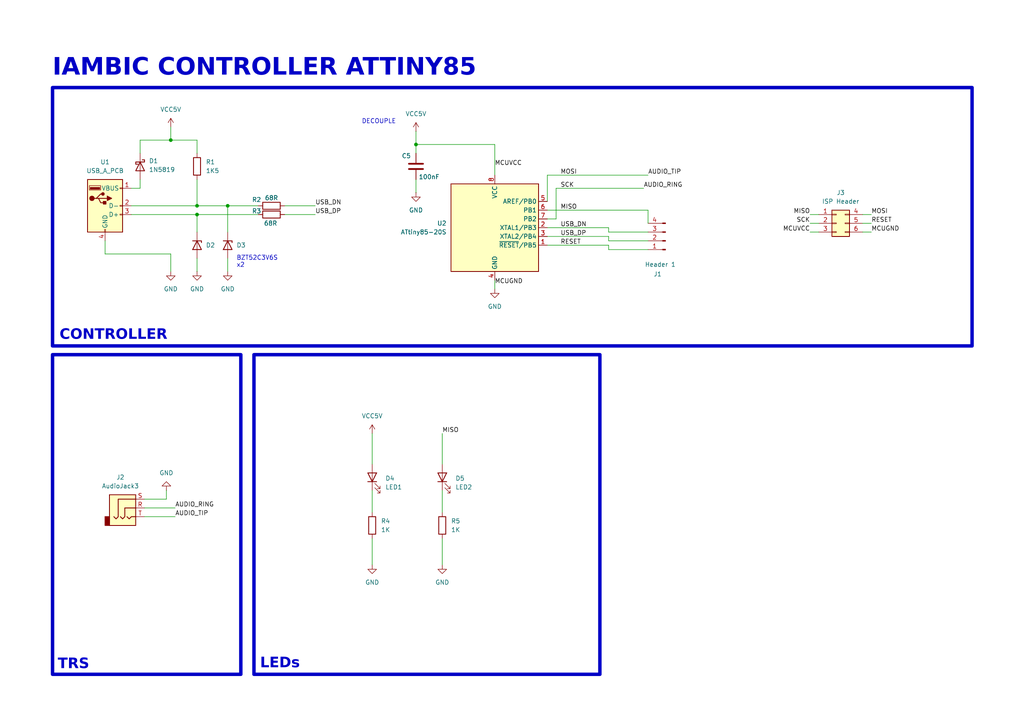
<source format=kicad_sch>
(kicad_sch (version 20250114) (generator "eeschema") (generator_version "9.0")
  (paper "A4")
  (title_block (title "Iambic Controller ATTINY85") (date "2025-12-10") (rev "1.0") (company "Dominic Streif"))
  (lib_symbols
    (symbol "Connector:Conn_01x04_Pin" (pin_names (offset 1.016) (hide yes))
      (property "Reference" "J" (at 0 5.08 0))
      (property "Value" "Conn_01x04_Pin" (at 0 -7.62 0))
      (symbol "Conn_01x04_Pin_1_1"
        (rectangle (start 0.8636 2.667) (end 0 2.413) (stroke (width 0.1524)) (fill (type outline)))
        (rectangle (start 0.8636 0.127) (end 0 -0.127) (stroke (width 0.1524)) (fill (type outline)))
        (rectangle (start 0.8636 -2.413) (end 0 -2.667) (stroke (width 0.1524)) (fill (type outline)))
        (rectangle (start 0.8636 -4.953) (end 0 -5.207) (stroke (width 0.1524)) (fill (type outline)))
        (polyline (pts (xy 1.27 2.54) (xy 0.8636 2.54)) (stroke (width 0.1524)))
        (polyline (pts (xy 1.27 0) (xy 0.8636 0)) (stroke (width 0.1524)))
        (polyline (pts (xy 1.27 -2.54) (xy 0.8636 -2.54)) (stroke (width 0.1524)))
        (polyline (pts (xy 1.27 -5.08) (xy 0.8636 -5.08)) (stroke (width 0.1524)))
        (pin passive line (at 5.08 2.54 180) (length 3.81) (name "Pin_1") (number "1"))
        (pin passive line (at 5.08 0 180) (length 3.81) (name "Pin_2") (number "2"))
        (pin passive line (at 5.08 -2.54 180) (length 3.81) (name "Pin_3") (number "3"))
        (pin passive line (at 5.08 -5.08 180) (length 3.81) (name "Pin_4") (number "4"))
      )
    )
    (symbol "Connector:USB_A" (pin_names (offset 1.016))
      (property "Reference" "CN1" (at 0 12.7 0))
      (property "Value" "USB_A_PCB" (at 0 10.16 0))
      (symbol "USB_A_0_1"
        (rectangle (start -5.08 7.62) (end 5.08 -7.62) (stroke (width 0.254)) (fill (type background)))
        (circle (center -3.81 2.159) (radius 0.635) (stroke (width 0.254)) (fill (type outline)))
        (polyline (pts (xy -3.175 2.159) (xy -2.54 2.159) (xy -1.27 3.429) (xy -0.635 3.429)) (stroke (width 0.254)))
        (polyline (pts (xy -2.54 2.159) (xy -1.905 2.159) (xy -1.27 0.889) (xy 0 0.889)) (stroke (width 0.254)))
        (rectangle (start -1.524 4.826) (end -4.318 5.334) (fill (type outline)))
        (rectangle (start -1.27 4.572) (end -4.572 5.842))
        (circle (center -0.635 3.429) (radius 0.381) (stroke (width 0.254)) (fill (type outline)))
        (rectangle (start -0.127 -7.62) (end 0.127 -6.858))
        (rectangle (start 0.254 1.27) (end -0.508 0.508) (stroke (width 0.254)) (fill (type outline)))
        (polyline (pts (xy 0.635 2.794) (xy 0.635 1.524) (xy 1.905 2.159) (xy 0.635 2.794)) (stroke (width 0.254)) (fill (type outline)))
        (rectangle (start 5.08 4.953) (end 4.318 5.207))
        (rectangle (start 5.08 -0.127) (end 4.318 0.127))
        (rectangle (start 5.08 -2.667) (end 4.318 -2.413))
      )
      (symbol "USB_A_1_1"
        (polyline (pts (xy -1.905 2.159) (xy 0.635 2.159)) (stroke (width 0.254)))
        (pin power_in line (at 0 -10.16 90) (length 2.54) (name "GND") (number "4"))
        (pin power_in line (at 7.62 5.08 180) (length 2.54) (name "VBUS") (number "1"))
        (pin bidirectional line (at 7.62 0 180) (length 2.54) (name "D-") (number "2"))
        (pin bidirectional line (at 7.62 -2.54 180) (length 2.54) (name "D+") (number "3"))
      )
    )
    (symbol "Connector_Audio:AudioJack3"
      (property "Reference" "J" (at 0 8.89 0))
      (property "Value" "AudioJack3" (at 0 6.35 0))
      (symbol "AudioJack3_0_1"
        (rectangle (start -5.08 -5.08) (end -6.35 -2.54) (stroke (width 0.254)) (fill (type outline)))
        (polyline (pts (xy -1.905 -2.54) (xy -1.27 -3.175) (xy -0.635 -2.54) (xy -0.635 0) (xy 2.54 0)) (stroke (width 0.254)))
        (polyline (pts (xy 0 -2.54) (xy 0.635 -3.175) (xy 1.27 -2.54) (xy 2.54 -2.54)) (stroke (width 0.254)))
        (rectangle (start 2.54 3.81) (end -5.08 -5.08) (stroke (width 0.254)) (fill (type background)))
        (polyline (pts (xy 2.54 2.54) (xy -2.54 2.54) (xy -2.54 -2.54) (xy -3.175 -3.175) (xy -3.81 -2.54)) (stroke (width 0.254)))
      )
      (symbol "AudioJack3_1_1"
        (pin passive line (at 5.08 2.54 180) (length 2.54) (name "~") (number "S"))
        (pin passive line (at 5.08 0 180) (length 2.54) (name "~") (number "R"))
        (pin passive line (at 5.08 -2.54 180) (length 2.54) (name "~") (number "T"))
      )
    )
    (symbol "Connector_Generic:Conn_02x03_Top_Bottom" (pin_names (offset 1.016) (hide yes))
      (property "Reference" "J" (at 1.27 5.08 0))
      (property "Value" "Conn_02x03_Top_Bottom" (at 1.27 -5.08 0))
      (symbol "Conn_02x03_Top_Bottom_1_1"
        (rectangle (start -1.27 3.81) (end 3.81 -3.81) (stroke (width 0.254)) (fill (type background)))
        (rectangle (start -1.27 2.667) (end 0 2.413) (stroke (width 0.1524)))
        (rectangle (start -1.27 0.127) (end 0 -0.127) (stroke (width 0.1524)))
        (rectangle (start -1.27 -2.413) (end 0 -2.667) (stroke (width 0.1524)))
        (rectangle (start 3.81 2.667) (end 2.54 2.413) (stroke (width 0.1524)))
        (rectangle (start 3.81 0.127) (end 2.54 -0.127) (stroke (width 0.1524)))
        (rectangle (start 3.81 -2.413) (end 2.54 -2.667) (stroke (width 0.1524)))
        (pin passive line (at -5.08 2.54 0) (length 3.81) (name "Pin_1") (number "1"))
        (pin passive line (at -5.08 0 0) (length 3.81) (name "Pin_2") (number "2"))
        (pin passive line (at -5.08 -2.54 0) (length 3.81) (name "Pin_3") (number "3"))
        (pin passive line (at 7.62 2.54 180) (length 3.81) (name "Pin_4") (number "4"))
        (pin passive line (at 7.62 0 180) (length 3.81) (name "Pin_5") (number "5"))
        (pin passive line (at 7.62 -2.54 180) (length 3.81) (name "Pin_6") (number "6"))
      )
    )
    (symbol "Device:C" (pin_numbers (hide yes)) (pin_names (offset 0.254))
      (property "Reference" "C" (at 0.635 2.54 0))
      (property "Value" "C" (at 0.635 -2.54 0))
      (symbol "C_0_1"
        (polyline (pts (xy -2.032 0.762) (xy 2.032 0.762)) (stroke (width 0.508)))
        (polyline (pts (xy -2.032 -0.762) (xy 2.032 -0.762)) (stroke (width 0.508)))
      )
      (symbol "C_1_1"
        (pin passive line (at 0 3.81 270) (length 2.794) (name "~") (number "1"))
        (pin passive line (at 0 -3.81 90) (length 2.794) (name "~") (number "2"))
      )
    )
    (symbol "Device:D_Schottky" (pin_numbers (hide yes)) (pin_names (offset 1.016) (hide yes))
      (property "Reference" "D" (at 0 2.54 0))
      (property "Value" "D_Schottky" (at 0 -2.54 0))
      (symbol "D_Schottky_0_1"
        (polyline (pts (xy -1.905 0.635) (xy -1.905 1.27) (xy -1.27 1.27) (xy -1.27 -1.27) (xy -0.635 -1.27) (xy -0.635 -0.635)) (stroke (width 0.254)))
        (polyline (pts (xy 1.27 1.27) (xy 1.27 -1.27) (xy -1.27 0) (xy 1.27 1.27)) (stroke (width 0.254)))
        (polyline (pts (xy 1.27 0) (xy -1.27 0)))
      )
      (symbol "D_Schottky_1_1"
        (pin passive line (at -3.81 0 0) (length 2.54) (name "K") (number "1"))
        (pin passive line (at 3.81 0 180) (length 2.54) (name "A") (number "2"))
      )
    )
    (symbol "Device:D_Zener" (pin_numbers (hide yes)) (pin_names (offset 1.016) (hide yes))
      (property "Reference" "D" (at 0 2.54 0))
      (property "Value" "D_Zener" (at 0 -2.54 0))
      (symbol "D_Zener_0_1"
        (polyline (pts (xy -1.27 -1.27) (xy -1.27 1.27) (xy -0.762 1.27)) (stroke (width 0.254)))
        (polyline (pts (xy 1.27 0) (xy -1.27 0)))
        (polyline (pts (xy 1.27 -1.27) (xy 1.27 1.27) (xy -1.27 0) (xy 1.27 -1.27)) (stroke (width 0.254)))
      )
      (symbol "D_Zener_1_1"
        (pin passive line (at -3.81 0 0) (length 2.54) (name "K") (number "1"))
        (pin passive line (at 3.81 0 180) (length 2.54) (name "A") (number "2"))
      )
    )
    (symbol "Device:LED" (pin_numbers (hide yes)) (pin_names (offset 1.016) (hide yes))
      (property "Reference" "D" (at 0 2.54 0))
      (property "Value" "LED" (at 0 -2.54 0))
      (symbol "LED_0_1"
        (polyline (pts (xy -3.048 -0.762) (xy -4.572 -2.286) (xy -3.81 -2.286) (xy -4.572 -2.286) (xy -4.572 -1.524)))
        (polyline (pts (xy -1.778 -0.762) (xy -3.302 -2.286) (xy -2.54 -2.286) (xy -3.302 -2.286) (xy -3.302 -1.524)))
        (polyline (pts (xy -1.27 0) (xy 1.27 0)))
        (polyline (pts (xy -1.27 -1.27) (xy -1.27 1.27)) (stroke (width 0.254)))
        (polyline (pts (xy 1.27 -1.27) (xy 1.27 1.27) (xy -1.27 0) (xy 1.27 -1.27)) (stroke (width 0.254)))
      )
      (symbol "LED_1_1"
        (pin passive line (at -3.81 0 0) (length 2.54) (name "K") (number "1"))
        (pin passive line (at 3.81 0 180) (length 2.54) (name "A") (number "2"))
      )
    )
    (symbol "Device:R" (pin_numbers (hide yes)) (pin_names (offset 0))
      (property "Reference" "R" (at 2.032 0 90))
      (property "Value" "R" (at 0 0 90))
      (symbol "R_0_1"
        (rectangle (start -1.016 -2.54) (end 1.016 2.54) (stroke (width 0.254)))
      )
      (symbol "R_1_1"
        (pin passive line (at 0 3.81 270) (length 1.27) (name "~") (number "1"))
        (pin passive line (at 0 -3.81 90) (length 1.27) (name "~") (number "2"))
      )
    )
    (symbol "MCU_Microchip_ATtiny:ATtiny85-20S"
      (property "Reference" "U" (at -12.7 13.97 0))
      (property "Value" "ATtiny85-20S" (at 2.54 -13.97 0))
      (symbol "ATtiny85-20S_0_1"
        (rectangle (start -12.7 -12.7) (end 12.7 12.7) (stroke (width 0.254)) (fill (type background)))
      )
      (symbol "ATtiny85-20S_1_1"
        (pin power_in line (at 0 15.24 270) (length 2.54) (name "VCC") (number "8"))
        (pin power_in line (at 0 -15.24 90) (length 2.54) (name "GND") (number "4"))
        (pin bidirectional line (at 15.24 7.62 180) (length 2.54) (name "AREF/PB0") (number "5"))
        (pin bidirectional line (at 15.24 5.08 180) (length 2.54) (name "PB1") (number "6"))
        (pin bidirectional line (at 15.24 2.54 180) (length 2.54) (name "PB2") (number "7"))
        (pin bidirectional line (at 15.24 0 180) (length 2.54) (name "XTAL1/PB3") (number "2"))
        (pin bidirectional line (at 15.24 -2.54 180) (length 2.54) (name "XTAL2/PB4") (number "3"))
        (pin bidirectional line (at 15.24 -5.08 180) (length 2.54) (name "~{RESET}/PB5") (number "1"))
      )
    )
    (symbol "power:GND" (power) (pin_numbers (hide yes)) (pin_names (offset 0) (hide yes))
      (property "Value" "GND" (at 0 -3.81 0))
      (symbol "GND_0_1"
        (polyline (pts (xy 0 0) (xy 0 -1.27) (xy 1.27 -1.27) (xy 0 -2.54) (xy -1.27 -1.27) (xy 0 -1.27)))
      )
      (symbol "GND_1_1"
        (pin power_in line (at 0 0 270) (length 0) (name "~") (number "1"))
      )
    )
    (symbol "power:VCC" (power) (pin_numbers (hide yes)) (pin_names (offset 0) (hide yes))
      (property "Value" "VCC" (at 0 3.556 0))
      (symbol "VCC_0_1"
        (polyline (pts (xy -0.762 1.27) (xy 0 2.54)))
        (polyline (pts (xy 0 2.54) (xy 0.762 1.27)))
        (polyline (pts (xy 0 0) (xy 0 2.54)))
      )
      (symbol "VCC_1_1"
        (pin power_in line (at 0 0 90) (length 0) (name "~") (number "1"))
      )
    )
  )
  (rectangle (start 15.24 102.87) (end 69.85 195.58) (stroke (width 1)))
  (rectangle (start 73.66 102.87) (end 173.99 195.58) (stroke (width 1)))
  (rectangle (start 15.24 25.4) (end 281.94 100.33) (stroke (width 1)))
  (text "TRS" (at 16.764 193.548 0) (effects (font (size 3 3) (thickness 0.254) (bold yes)) (justify left)))
  (text "BZT52C3V6S\nx2" (at 68.58 75.946 0) (effects (font (size 1.27 1.27)) (justify left)))
  (text "IAMBIC CONTROLLER ATTINY85" (at 15.24 21.082 0) (effects (font (size 5 5) (thickness 0.254) (bold yes)) (justify left)))
  (text "LEDs" (at 75.438 193.294 0) (effects (font (size 3 3) (thickness 0.254) (bold yes)) (justify left)))
  (text "DECOUPLE" (at 104.902 35.306 0) (effects (font (size 1.27 1.27)) (justify left)))
  (text "CONTROLLER" (at 17.272 98.044 0) (effects (font (size 3 3) (thickness 0.254) (bold yes)) (justify left)))
  (junction (at 57.15 59.69))
  (junction (at 66.04 59.69))
  (junction (at 57.15 62.23))
  (junction (at 49.53 40.64))
  (junction (at 120.65 41.91))
  (wire (pts (xy 158.75 66.04) (xy 176.53 66.04)))
  (wire (pts (xy 234.95 64.77) (xy 237.49 64.77)))
  (wire (pts (xy 158.75 50.8) (xy 187.96 50.8)))
  (wire (pts (xy 234.95 67.31) (xy 237.49 67.31)))
  (wire (pts (xy 158.75 63.5) (xy 161.29 63.5)))
  (wire (pts (xy 250.19 67.31) (xy 252.73 67.31)))
  (wire (pts (xy 41.91 147.32) (xy 50.8 147.32)))
  (wire (pts (xy 176.53 71.12) (xy 176.53 72.39)))
  (wire (pts (xy 120.65 38.1) (xy 120.65 41.91)))
  (wire (pts (xy 30.48 73.66) (xy 49.53 73.66)))
  (wire (pts (xy 82.55 59.69) (xy 91.44 59.69)))
  (wire (pts (xy 120.65 41.91) (xy 120.65 44.45)))
  (wire (pts (xy 176.53 69.85) (xy 187.96 69.85)))
  (wire (pts (xy 40.64 52.07) (xy 40.64 54.61)))
  (wire (pts (xy 66.04 59.69) (xy 74.93 59.69)))
  (wire (pts (xy 49.53 40.64) (xy 57.15 40.64)))
  (wire (pts (xy 41.91 149.86) (xy 50.8 149.86)))
  (wire (pts (xy 187.96 60.96) (xy 187.96 64.77)))
  (wire (pts (xy 128.27 125.73) (xy 128.27 134.62)))
  (wire (pts (xy 176.53 66.04) (xy 176.53 67.31)))
  (wire (pts (xy 30.48 69.85) (xy 30.48 73.66)))
  (wire (pts (xy 158.75 68.58) (xy 176.53 68.58)))
  (wire (pts (xy 57.15 52.07) (xy 57.15 59.69)))
  (wire (pts (xy 41.91 144.78) (xy 48.26 144.78)))
  (wire (pts (xy 120.65 52.07) (xy 120.65 55.88)))
  (wire (pts (xy 250.19 62.23) (xy 252.73 62.23)))
  (wire (pts (xy 128.27 142.24) (xy 128.27 148.59)))
  (wire (pts (xy 128.27 156.21) (xy 128.27 163.83)))
  (wire (pts (xy 176.53 72.39) (xy 187.96 72.39)))
  (wire (pts (xy 48.26 144.78) (xy 48.26 142.24)))
  (wire (pts (xy 57.15 59.69) (xy 66.04 59.69)))
  (wire (pts (xy 57.15 62.23) (xy 74.93 62.23)))
  (wire (pts (xy 49.53 73.66) (xy 49.53 78.74)))
  (wire (pts (xy 176.53 67.31) (xy 187.96 67.31)))
  (wire (pts (xy 158.75 60.96) (xy 187.96 60.96)))
  (wire (pts (xy 158.75 71.12) (xy 176.53 71.12)))
  (wire (pts (xy 107.95 156.21) (xy 107.95 163.83)))
  (wire (pts (xy 161.29 54.61) (xy 186.69 54.61)))
  (wire (pts (xy 38.1 54.61) (xy 40.64 54.61)))
  (wire (pts (xy 158.75 58.42) (xy 158.75 50.8)))
  (wire (pts (xy 82.55 62.23) (xy 91.44 62.23)))
  (wire (pts (xy 57.15 74.93) (xy 57.15 78.74)))
  (wire (pts (xy 176.53 68.58) (xy 176.53 69.85)))
  (wire (pts (xy 107.95 125.73) (xy 107.95 134.62)))
  (wire (pts (xy 49.53 36.83) (xy 49.53 40.64)))
  (wire (pts (xy 161.29 63.5) (xy 161.29 54.61)))
  (wire (pts (xy 143.51 41.91) (xy 143.51 50.8)))
  (wire (pts (xy 57.15 62.23) (xy 57.15 67.31)))
  (wire (pts (xy 143.51 41.91) (xy 120.65 41.91)))
  (wire (pts (xy 250.19 64.77) (xy 252.73 64.77)))
  (wire (pts (xy 143.51 81.28) (xy 143.51 83.82)))
  (wire (pts (xy 57.15 40.64) (xy 57.15 44.45)))
  (wire (pts (xy 40.64 44.45) (xy 40.64 40.64)))
  (wire (pts (xy 38.1 59.69) (xy 57.15 59.69)))
  (wire (pts (xy 66.04 74.93) (xy 66.04 78.74)))
  (wire (pts (xy 38.1 62.23) (xy 57.15 62.23)))
  (wire (pts (xy 107.95 142.24) (xy 107.95 148.59)))
  (wire (pts (xy 40.64 40.64) (xy 49.53 40.64)))
  (wire (pts (xy 234.95 62.23) (xy 237.49 62.23)))
  (wire (pts (xy 66.04 59.69) (xy 66.04 67.31)))
  (label "MCUGND" (at 143.51 82.55 0))
  (label "AUDIO_RING" (at 50.8 147.32 0))
  (label "USB_DP" (at 91.44 62.23 0))
  (label "RESET" (at 252.73 64.77 0))
  (label "MOSI" (at 162.56 50.8 0))
  (label "AUDIO_TIP" (at 50.8 149.86 0))
  (label "USB_DN" (at 91.44 59.69 0))
  (label "RESET" (at 162.56 71.12 0))
  (label "MCUVCC" (at 234.95 67.31 180))
  (label "MISO" (at 234.95 62.23 180))
  (label "USB_DP" (at 162.56 68.58 0))
  (label "USB_DN" (at 162.56 66.04 0) (effects (font (thickness 0.1588))))
  (label "MCUGND" (at 252.73 67.31 0))
  (label "MISO" (at 128.27 125.73 0))
  (label "MOSI" (at 252.73 62.23 0))
  (label "MISO" (at 162.56 60.96 0) (effects (font (thickness 0.1588))))
  (label "AUDIO_RING" (at 186.69 54.61 0))
  (label "SCK" (at 234.95 64.77 180))
  (label "SCK" (at 162.56 54.61 0))
  (label "AUDIO_TIP" (at 187.96 50.8 0))
  (label "MCUVCC" (at 143.51 48.26 0))
  (symbol (lib_id "power:GND") (at 48.26 142.24 180) (unit 1)
    (property "Reference" "#PWR08" (effects (hide yes)))
    (property "Value" "GND" (at 48.26 137.16 0))
    (property "Description" "Power symbol creates a global label with name \"GND\" , ground" (effects (hide yes)))
  )
  (symbol (lib_id "power:GND") (at 107.95 163.83 0) (unit 1)
    (property "Reference" "#PWR010" (effects (hide yes)))
    (property "Value" "GND" (at 107.95 168.91 0))
    (property "Description" "Power symbol creates a global label with name \"GND\" , ground" (effects (hide yes)))
  )
  (symbol (lib_id "Connector_Audio:AudioJack3") (at 36.83 147.32 0) (unit 1)
    (property "Reference" "J2" (at 34.925 138.43 0))
    (property "Value" "AudioJack3" (at 34.925 140.97 0))
    (property "Footprint" "Connector_Audio:Jack_3.5mm_CUI_SJ1-3515N_Horizontal" (effects (hide yes)))
    (property "Description" "Audio Jack, 3 Poles (Stereo / TRS)" (effects (hide yes)))
  )
  (symbol (lib_id "power:VCC") (at 49.53 36.83 0) (unit 1)
    (property "Reference" "#PWR04" (effects (hide yes)))
    (property "Value" "VCC5V" (at 49.53 31.75 0))
    (property "Description" "Power symbol creates a global label with name \"VCC\"" (effects (hide yes)))
  )
  (symbol (lib_id "power:VCC") (at 107.95 125.73 0) (unit 1)
    (property "Reference" "#PWR012" (effects (hide yes)))
    (property "Value" "VCC5V" (at 107.95 120.65 0))
    (property "Description" "Power symbol creates a global label with name \"VCC\"" (effects (hide yes)))
  )
  (symbol (lib_id "Device:C") (at 120.65 48.26 180) (unit 1)
    (property "Reference" "C5" (at 117.856 45.212 0))
    (property "Value" "100nF" (at 124.46 51.308 0))
    (property "Footprint" "Capacitor_SMD:C_0603_1608Metric" (effects (hide yes)))
    (property "Description" "Unpolarized capacitor" (effects (hide yes)))
  )
  (symbol (lib_id "power:GND") (at 49.53 78.74 0) (unit 1)
    (property "Reference" "#PWR03" (effects (hide yes)))
    (property "Value" "GND" (at 49.53 83.82 0))
    (property "Description" "Power symbol creates a global label with name \"GND\" , ground" (effects (hide yes)))
  )
  (symbol (lib_id "Device:LED") (at 107.95 138.43 90) (unit 1)
    (property "Reference" "D4" (at 111.76 138.7474 90) (effects (justify right)))
    (property "Value" "LED1" (at 111.76 141.2874 90) (effects (justify right)))
    (property "Footprint" "LED_SMD:LED_0201_0603Metric" (effects (hide yes)))
    (property "Description" "Light emitting diode" (effects (hide yes)))
    (property "Sim.Pins" "1=K 2=A" (effects (hide yes)))
  )
  (symbol (lib_id "power:VCC") (at 120.65 38.1 0) (unit 1)
    (property "Reference" "#PWR01" (effects (hide yes)))
    (property "Value" "VCC5V" (at 120.65 33.02 0))
    (property "Description" "Power symbol creates a global label with name \"VCC\"" (effects (hide yes)))
  )
  (symbol (lib_id "Device:R") (at 107.95 152.4 0) (unit 1)
    (property "Reference" "R4" (at 110.49 151.1299 0) (effects (justify left)))
    (property "Value" "1K" (at 110.49 153.6699 0) (effects (justify left)))
    (property "Footprint" "Resistor_SMD:R_0201_0603Metric" (effects (hide yes)))
    (property "Description" "Resistor" (effects (hide yes)))
  )
  (symbol (lib_id "Device:D_Schottky") (at 40.64 48.26 270) (unit 1)
    (property "Reference" "D1" (at 43.18 46.6724 90) (effects (justify left)))
    (property "Value" "1N5819" (at 43.18 49.2124 90) (effects (justify left)))
    (property "Footprint" "Diode_SMD:D_0201_0603Metric" (effects (hide yes)))
    (property "Description" "Schottky diode" (effects (hide yes)))
  )
  (symbol (lib_id "power:GND") (at 57.15 78.74 0) (unit 1)
    (property "Reference" "#PWR05" (effects (hide yes)))
    (property "Value" "GND" (at 57.15 83.82 0))
    (property "Description" "Power symbol creates a global label with name \"GND\" , ground" (effects (hide yes)))
  )
  (symbol (lib_id "power:GND") (at 143.51 83.82 0) (unit 1)
    (property "Reference" "#PWR07" (effects (hide yes)))
    (property "Value" "GND" (at 143.51 88.9 0))
    (property "Description" "Power symbol creates a global label with name \"GND\" , ground" (effects (hide yes)))
  )
  (symbol (lib_id "Device:R") (at 57.15 48.26 0) (unit 1)
    (property "Reference" "R1" (at 59.69 46.9899 0) (effects (justify left)))
    (property "Value" "1K5" (at 59.69 49.5299 0) (effects (justify left)))
    (property "Footprint" "Resistor_SMD:R_0201_0603Metric" (effects (hide yes)))
    (property "Description" "Resistor" (effects (hide yes)))
  )
  (symbol (lib_id "Connector:USB_A") (at 30.48 59.69 0) (unit 1)
    (property "Reference" "U1" (at 30.48 46.99 0))
    (property "Value" "USB_A_PCB" (at 30.48 49.53 0))
    (property "Footprint" "Custom_Lib:PCB_USB_connector" (effects (hide yes)))
    (property "Description" "USB Type A connector" (effects (hide yes)))
  )
  (symbol (lib_id "MCU_Microchip_ATtiny:ATtiny85-20S") (at 143.51 66.04 0) (unit 1)
    (property "Reference" "U2" (at 129.54 64.7699 0) (effects (justify right)))
    (property "Value" "ATtiny85-20S" (at 129.54 67.3099 0) (effects (justify right)))
    (property "Footprint" "Package_SO:SOIC-8_5.3x5.3mm_P1.27mm" (effects (hide yes)))
    (property "Datasheet" "http://ww1.microchip.com/downloads/en/DeviceDoc/atmel-2586-avr-8-bit-microcontroller-attiny25-attiny45-attiny85_datasheet.pdf" (effects (hide yes)))
    (property "Description" "20MHz, 8kB Flash, 512B SRAM, 512B EEPROM, debugWIRE, SOIC-8" (effects (hide yes)))
  )
  (symbol (lib_id "Device:R") (at 128.27 152.4 0) (unit 1)
    (property "Reference" "R5" (at 130.81 151.1299 0) (effects (justify left)))
    (property "Value" "1K" (at 130.81 153.6699 0) (effects (justify left)))
    (property "Footprint" "Resistor_SMD:R_0201_0603Metric" (effects (hide yes)))
    (property "Description" "Resistor" (effects (hide yes)))
  )
  (symbol (lib_id "power:GND") (at 120.65 55.88 0) (unit 1)
    (property "Reference" "#PWR013" (effects (hide yes)))
    (property "Value" "GND" (at 120.65 60.96 0))
    (property "Description" "Power symbol creates a global label with name \"GND\" , ground" (effects (hide yes)))
  )
  (symbol (lib_id "Connector_Generic:Conn_02x03_Top_Bottom") (at 242.57 64.77 0) (unit 1)
    (property "Reference" "J3" (at 243.84 55.88 0))
    (property "Value" "ISP Header" (at 243.84 58.42 0))
    (property "Footprint" "Connector:Tag-Connect_TC2030-IDC-NL_2x03_P1.27mm_Vertical" (effects (hide yes)))
    (property "Description" "Generic connector, double row, 02x03, top/bottom pin numbering scheme (row 1: 1...pins_per_row, row2: pins_per_row+1 ... num_pins), script generated (kicad-library-utils/schlib/autogen/connector/)" (effects (hide yes)))
  )
  (symbol (lib_id "Device:D_Zener") (at 57.15 71.12 270) (unit 1)
    (property "Reference" "D2" (at 59.69 71.1199 90) (effects (justify left)))
    (property "Footprint" "Diode_SMD:D_0201_0603Metric" (effects (hide yes)))
    (property "Description" "Zener diode" (effects (hide yes)))
  )
  (symbol (lib_id "Device:R") (at 78.74 59.69 90) (unit 1)
    (property "Reference" "R2" (at 74.422 57.912 90))
    (property "Value" "68R" (at 78.74 57.404 90))
    (property "Footprint" "Resistor_SMD:R_0201_0603Metric" (effects (hide yes)))
    (property "Description" "Resistor" (effects (hide yes)))
  )
  (symbol (lib_id "power:GND") (at 128.27 163.83 0) (unit 1)
    (property "Reference" "#PWR011" (effects (hide yes)))
    (property "Value" "GND" (at 128.27 168.91 0))
    (property "Description" "Power symbol creates a global label with name \"GND\" , ground" (effects (hide yes)))
  )
  (symbol (lib_id "power:GND") (at 66.04 78.74 0) (unit 1)
    (property "Reference" "#PWR06" (effects (hide yes)))
    (property "Value" "GND" (at 66.04 83.82 0))
    (property "Description" "Power symbol creates a global label with name \"GND\" , ground" (effects (hide yes)))
  )
  (symbol (lib_id "Device:D_Zener") (at 66.04 71.12 270) (unit 1)
    (property "Reference" "D3" (at 68.58 71.1199 90) (effects (justify left)))
    (property "Footprint" "Diode_SMD:D_0201_0603Metric" (effects (hide yes)))
    (property "Description" "Zener diode" (effects (hide yes)))
  )
  (symbol (lib_id "Device:LED") (at 128.27 138.43 90) (unit 1)
    (property "Reference" "D5" (at 132.08 138.7474 90) (effects (justify right)))
    (property "Value" "LED2" (at 132.08 141.2874 90) (effects (justify right)))
    (property "Footprint" "LED_SMD:LED_0201_0603Metric" (effects (hide yes)))
    (property "Description" "Light emitting diode" (effects (hide yes)))
    (property "Sim.Pins" "1=K 2=A" (effects (hide yes)))
  )
  (symbol (lib_id "Connector:Conn_01x04_Pin") (at 193.04 69.85 180) (unit 1)
    (property "Reference" "J1" (at 190.754 79.502 0))
    (property "Value" "Header 1" (at 191.516 76.708 0))
    (property "Footprint" "Connector_PinHeader_2.54mm:PinHeader_1x04_P2.54mm_Vertical" (effects (hide yes)))
    (property "Description" "Generic connector, single row, 01x04, script generated" (effects (hide yes)))
  )
  (symbol (lib_id "Device:R") (at 78.74 62.23 90) (unit 1)
    (property "Reference" "R3" (at 74.422 61.214 90))
    (property "Value" "68R" (at 78.486 64.77 90))
    (property "Footprint" "Resistor_SMD:R_0201_0603Metric" (effects (hide yes)))
    (property "Description" "Resistor" (effects (hide yes)))
  )
)
</source>
